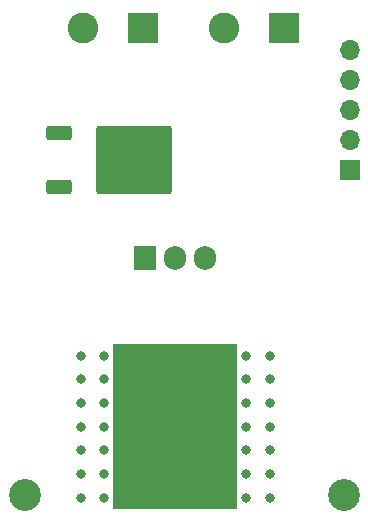
<source format=gbr>
%TF.GenerationSoftware,KiCad,Pcbnew,7.0.1*%
%TF.CreationDate,2023-06-22T21:15:45-04:00*%
%TF.ProjectId,lnbf-psu,6c6e6266-2d70-4737-952e-6b696361645f,1*%
%TF.SameCoordinates,Original*%
%TF.FileFunction,Soldermask,Bot*%
%TF.FilePolarity,Negative*%
%FSLAX46Y46*%
G04 Gerber Fmt 4.6, Leading zero omitted, Abs format (unit mm)*
G04 Created by KiCad (PCBNEW 7.0.1) date 2023-06-22 21:15:45*
%MOMM*%
%LPD*%
G01*
G04 APERTURE LIST*
G04 Aperture macros list*
%AMRoundRect*
0 Rectangle with rounded corners*
0 $1 Rounding radius*
0 $2 $3 $4 $5 $6 $7 $8 $9 X,Y pos of 4 corners*
0 Add a 4 corners polygon primitive as box body*
4,1,4,$2,$3,$4,$5,$6,$7,$8,$9,$2,$3,0*
0 Add four circle primitives for the rounded corners*
1,1,$1+$1,$2,$3*
1,1,$1+$1,$4,$5*
1,1,$1+$1,$6,$7*
1,1,$1+$1,$8,$9*
0 Add four rect primitives between the rounded corners*
20,1,$1+$1,$2,$3,$4,$5,0*
20,1,$1+$1,$4,$5,$6,$7,0*
20,1,$1+$1,$6,$7,$8,$9,0*
20,1,$1+$1,$8,$9,$2,$3,0*%
G04 Aperture macros list end*
%ADD10R,1.700000X1.700000*%
%ADD11O,1.700000X1.700000*%
%ADD12C,2.700000*%
%ADD13C,0.800000*%
%ADD14R,2.600000X2.600000*%
%ADD15C,2.600000*%
%ADD16RoundRect,0.250000X-0.850000X-0.350000X0.850000X-0.350000X0.850000X0.350000X-0.850000X0.350000X0*%
%ADD17RoundRect,0.249997X-2.950003X-2.650003X2.950003X-2.650003X2.950003X2.650003X-2.950003X2.650003X0*%
%ADD18O,3.500000X3.500000*%
%ADD19R,1.905000X2.000000*%
%ADD20O,1.905000X2.000000*%
G04 APERTURE END LIST*
%TO.C,HS1*%
G36*
X153000000Y-138750000D02*
G01*
X163500000Y-138750000D01*
X163500000Y-124750000D01*
X153000000Y-124750000D01*
X153000000Y-138750000D01*
G37*
%TD*%
D10*
%TO.C,J3*%
X173000000Y-110000000D03*
D11*
X173000000Y-107460000D03*
X173000000Y-104920000D03*
X173000000Y-102380000D03*
X173000000Y-99840000D03*
%TD*%
D12*
%TO.C,H1*%
X172500000Y-137500000D03*
%TD*%
D13*
%TO.C,HS1*%
X150250000Y-137750000D03*
X152250000Y-137750000D03*
X154250000Y-137750000D03*
X156250000Y-137750000D03*
X158250000Y-137750000D03*
X160250000Y-137750000D03*
X162250000Y-137750000D03*
X164250000Y-137750000D03*
X166250000Y-137750000D03*
X150250000Y-135750000D03*
X152250000Y-135750000D03*
X154250000Y-135750000D03*
X162250000Y-135750000D03*
X164250000Y-135750000D03*
X166250000Y-135750000D03*
X150250000Y-133750000D03*
X152250000Y-133750000D03*
X154250000Y-133750000D03*
X162250000Y-133750000D03*
X164250000Y-133750000D03*
X166250000Y-133750000D03*
X150250000Y-131750000D03*
X152250000Y-131750000D03*
X154250000Y-131750000D03*
X162250000Y-131750000D03*
X164250000Y-131750000D03*
X166250000Y-131750000D03*
X150250000Y-129750000D03*
X152250000Y-129750000D03*
X154250000Y-129750000D03*
X156250000Y-129750000D03*
X158250000Y-129750000D03*
X160250000Y-129750000D03*
X162250000Y-129750000D03*
X164250000Y-129750000D03*
X166250000Y-129750000D03*
X150250000Y-127750000D03*
X152250000Y-127750000D03*
X154250000Y-127750000D03*
X156250000Y-127750000D03*
X158250000Y-127750000D03*
X160250000Y-127750000D03*
X162250000Y-127750000D03*
X164250000Y-127750000D03*
X166250000Y-127750000D03*
X150250000Y-125750000D03*
X152250000Y-125750000D03*
X154250000Y-125750000D03*
X156250000Y-125750000D03*
X158250000Y-125750000D03*
X160250000Y-125750000D03*
X162250000Y-125750000D03*
X164250000Y-125750000D03*
X166250000Y-125750000D03*
%TD*%
D14*
%TO.C,J1*%
X167465000Y-98000000D03*
D15*
X162385000Y-98000000D03*
%TD*%
D14*
%TO.C,J2*%
X155545000Y-98000000D03*
D15*
X150465000Y-98000000D03*
%TD*%
D12*
%TO.C,H2*%
X145500000Y-137500000D03*
%TD*%
D16*
%TO.C,Q2*%
X148437500Y-111455000D03*
D17*
X154737500Y-109175000D03*
D16*
X148437500Y-106895000D03*
%TD*%
D18*
%TO.C,U1*%
X158250000Y-133250000D03*
D19*
X155710000Y-117450000D03*
D20*
X158250000Y-117450000D03*
X160790000Y-117450000D03*
%TD*%
M02*

</source>
